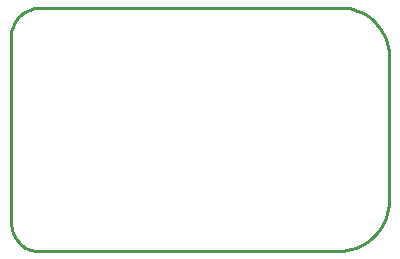
<source format=gbr>
G04 EAGLE Gerber RS-274X export*
G75*
%MOMM*%
%FSLAX34Y34*%
%LPD*%
%IN*%
%IPPOS*%
%AMOC8*
5,1,8,0,0,1.08239X$1,22.5*%
G01*
%ADD10C,0.254000*%


D10*
X-247Y182091D02*
X-33Y23981D01*
X60Y21903D01*
X335Y19828D01*
X790Y17785D01*
X1421Y15789D01*
X2224Y13856D01*
X3192Y12000D01*
X4318Y10235D01*
X5594Y8576D01*
X7009Y7033D01*
X8554Y5620D01*
X10215Y4348D01*
X11982Y3224D01*
X13839Y2259D01*
X15774Y1460D01*
X17771Y832D01*
X19815Y381D01*
X21890Y109D01*
X23982Y19D01*
X276701Y224D01*
X276713Y224D01*
X280464Y393D01*
X284186Y888D01*
X287851Y1705D01*
X291430Y2839D01*
X294898Y4280D01*
X298226Y6018D01*
X301390Y8039D01*
X304366Y10329D01*
X307131Y12869D01*
X309665Y15641D01*
X311947Y18623D01*
X313960Y21792D01*
X315690Y25125D01*
X317122Y28595D01*
X318247Y32178D01*
X319055Y35845D01*
X319540Y39568D01*
X319699Y43320D01*
X319533Y165734D01*
X319376Y169246D01*
X318911Y172753D01*
X318143Y176206D01*
X317076Y179579D01*
X315719Y182847D01*
X314083Y185983D01*
X312180Y188965D01*
X310024Y191770D01*
X307632Y194376D01*
X305022Y196764D01*
X302213Y198916D01*
X299228Y200814D01*
X296089Y202445D01*
X292819Y203796D01*
X289444Y204857D01*
X285990Y205620D01*
X282482Y206078D01*
X278948Y206230D01*
X23623Y206023D01*
X23609Y206023D01*
X21527Y205929D01*
X19461Y205653D01*
X17426Y205199D01*
X15439Y204569D01*
X13515Y203768D01*
X11667Y202803D01*
X9911Y201680D01*
X8259Y200409D01*
X6725Y198998D01*
X5319Y197459D01*
X4052Y195803D01*
X2935Y194043D01*
X1976Y192193D01*
X1181Y190266D01*
X557Y188277D01*
X109Y186241D01*
X-160Y184174D01*
X-247Y182091D01*
M02*

</source>
